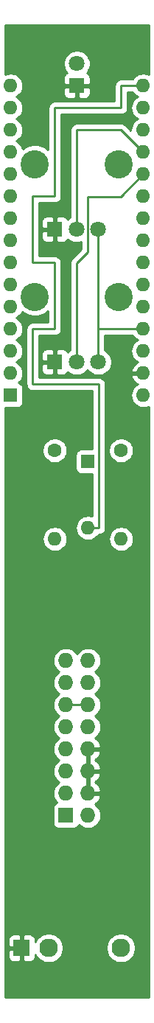
<source format=gbl>
G04 #@! TF.GenerationSoftware,KiCad,Pcbnew,(5.1.2)-2*
G04 #@! TF.CreationDate,2019-07-05T08:21:06+01:00*
G04 #@! TF.ProjectId,mod_synth_clk,6d6f645f-7379-46e7-9468-5f636c6b2e6b,rev?*
G04 #@! TF.SameCoordinates,Original*
G04 #@! TF.FileFunction,Copper,L2,Bot*
G04 #@! TF.FilePolarity,Positive*
%FSLAX46Y46*%
G04 Gerber Fmt 4.6, Leading zero omitted, Abs format (unit mm)*
G04 Created by KiCad (PCBNEW (5.1.2)-2) date 2019-07-05 08:21:06*
%MOMM*%
%LPD*%
G04 APERTURE LIST*
%ADD10O,1.727200X1.727200*%
%ADD11R,1.727200X1.727200*%
%ADD12C,3.240000*%
%ADD13C,1.800000*%
%ADD14R,1.800000X1.800000*%
%ADD15O,1.600000X1.600000*%
%ADD16C,1.600000*%
%ADD17C,2.130000*%
%ADD18R,1.830000X1.930000*%
%ADD19R,1.600000X1.600000*%
%ADD20C,0.250000*%
%ADD21C,0.254000*%
G04 APERTURE END LIST*
D10*
X48260000Y-99060000D03*
X45720000Y-99060000D03*
X48260000Y-101600000D03*
X45720000Y-101600000D03*
X48260000Y-104140000D03*
X45720000Y-104140000D03*
X48260000Y-106680000D03*
X45720000Y-106680000D03*
X48260000Y-109220000D03*
X45720000Y-109220000D03*
X48260000Y-111760000D03*
X45720000Y-111760000D03*
X48260000Y-114300000D03*
X45720000Y-114300000D03*
X48260000Y-116840000D03*
D11*
X45720000Y-116840000D03*
D12*
X42150000Y-57270000D03*
X51750000Y-57270000D03*
D13*
X49450000Y-64770000D03*
X46950000Y-64770000D03*
D14*
X44450000Y-64770000D03*
D12*
X42150000Y-42030000D03*
X51750000Y-42030000D03*
D13*
X49450000Y-49530000D03*
X46950000Y-49530000D03*
D14*
X44450000Y-49530000D03*
D15*
X52070000Y-85090000D03*
D16*
X52070000Y-74930000D03*
D15*
X44450000Y-85090000D03*
D16*
X44450000Y-74930000D03*
D17*
X52040000Y-132080000D03*
D18*
X40640000Y-132080000D03*
D17*
X43740000Y-132080000D03*
D13*
X46990000Y-30480000D03*
D14*
X46990000Y-33020000D03*
D15*
X48260000Y-83820000D03*
D19*
X48260000Y-76200000D03*
D15*
X54610000Y-33020000D03*
X39370000Y-33020000D03*
X54610000Y-68580000D03*
X39370000Y-35560000D03*
X54610000Y-66040000D03*
X39370000Y-38100000D03*
X54610000Y-63500000D03*
X39370000Y-40640000D03*
X54610000Y-60960000D03*
X39370000Y-43180000D03*
X54610000Y-58420000D03*
X39370000Y-45720000D03*
X54610000Y-55880000D03*
X39370000Y-48260000D03*
X54610000Y-53340000D03*
X39370000Y-50800000D03*
X54610000Y-50800000D03*
X39370000Y-53340000D03*
X54610000Y-48260000D03*
X39370000Y-55880000D03*
X54610000Y-45720000D03*
X39370000Y-58420000D03*
X54610000Y-43180000D03*
X39370000Y-60960000D03*
X54610000Y-40640000D03*
X39370000Y-63500000D03*
X54610000Y-38100000D03*
X39370000Y-66040000D03*
X54610000Y-35560000D03*
D19*
X39370000Y-68580000D03*
D20*
X44450000Y-45720000D02*
X44450000Y-35560000D01*
X52070000Y-33020000D02*
X54610000Y-33020000D01*
X44450000Y-35560000D02*
X52070000Y-35560000D01*
X41910000Y-53340000D02*
X41910000Y-45720000D01*
X52070000Y-35560000D02*
X52070000Y-33020000D01*
X49530000Y-83820000D02*
X49530000Y-67310000D01*
X44450000Y-53340000D02*
X41910000Y-53340000D01*
X48260000Y-83820000D02*
X49530000Y-83820000D01*
X49530000Y-67310000D02*
X41910000Y-67310000D01*
X41910000Y-67310000D02*
X41910000Y-60960000D01*
X41910000Y-45720000D02*
X44450000Y-45720000D01*
X41910000Y-60960000D02*
X44450000Y-60960000D01*
X44450000Y-60960000D02*
X44450000Y-53340000D01*
X45720000Y-104140000D02*
X48260000Y-104140000D01*
X54610000Y-60960000D02*
X49530000Y-60960000D01*
X49450000Y-61040000D02*
X49450000Y-64770000D01*
X49530000Y-60960000D02*
X49450000Y-61040000D01*
X49450000Y-49530000D02*
X49450000Y-60880000D01*
X49450000Y-60880000D02*
X49450000Y-64770000D01*
X52034999Y-45755001D02*
X54610000Y-43180000D01*
X48224999Y-45755001D02*
X52034999Y-45755001D01*
X48224999Y-52105001D02*
X48224999Y-45755001D01*
X46950000Y-64770000D02*
X46950000Y-53380000D01*
X46950000Y-53380000D02*
X48224999Y-52105001D01*
X54610000Y-40640000D02*
X52070000Y-38100000D01*
X52070000Y-38100000D02*
X46990000Y-38100000D01*
X46950000Y-38140000D02*
X46950000Y-49530000D01*
X46990000Y-38100000D02*
X46950000Y-38140000D01*
D21*
G36*
X53411068Y-33821101D02*
G01*
X53590392Y-34039608D01*
X53808899Y-34218932D01*
X53941858Y-34290000D01*
X53808899Y-34361068D01*
X53590392Y-34540392D01*
X53411068Y-34758899D01*
X53277818Y-35008192D01*
X53195764Y-35278691D01*
X53168057Y-35560000D01*
X53195764Y-35841309D01*
X53277818Y-36111808D01*
X53411068Y-36361101D01*
X53590392Y-36579608D01*
X53808899Y-36758932D01*
X53941858Y-36830000D01*
X53808899Y-36901068D01*
X53590392Y-37080392D01*
X53411068Y-37298899D01*
X53277818Y-37548192D01*
X53195764Y-37818691D01*
X53168057Y-38100000D01*
X53170598Y-38125796D01*
X52633804Y-37589003D01*
X52610001Y-37559999D01*
X52494276Y-37465026D01*
X52362247Y-37394454D01*
X52218986Y-37350997D01*
X52107333Y-37340000D01*
X52107322Y-37340000D01*
X52070000Y-37336324D01*
X52032678Y-37340000D01*
X47027333Y-37340000D01*
X46990000Y-37336323D01*
X46952667Y-37340000D01*
X46841014Y-37350997D01*
X46697753Y-37394454D01*
X46565724Y-37465026D01*
X46449999Y-37559999D01*
X46431969Y-37581969D01*
X46409999Y-37599999D01*
X46354871Y-37667174D01*
X46315026Y-37715724D01*
X46265835Y-37807753D01*
X46244454Y-37847754D01*
X46200997Y-37991015D01*
X46190000Y-38102668D01*
X46190000Y-38102678D01*
X46186324Y-38140000D01*
X46190000Y-38177322D01*
X46190001Y-48191687D01*
X45971495Y-48337688D01*
X45933880Y-48375303D01*
X45880537Y-48275506D01*
X45801185Y-48178815D01*
X45704494Y-48099463D01*
X45594180Y-48040498D01*
X45474482Y-48004188D01*
X45350000Y-47991928D01*
X44735750Y-47995000D01*
X44577000Y-48153750D01*
X44577000Y-49403000D01*
X44597000Y-49403000D01*
X44597000Y-49657000D01*
X44577000Y-49657000D01*
X44577000Y-50906250D01*
X44735750Y-51065000D01*
X45350000Y-51068072D01*
X45474482Y-51055812D01*
X45594180Y-51019502D01*
X45704494Y-50960537D01*
X45801185Y-50881185D01*
X45880537Y-50784494D01*
X45933880Y-50684697D01*
X45971495Y-50722312D01*
X46222905Y-50890299D01*
X46502257Y-51006011D01*
X46798816Y-51065000D01*
X47101184Y-51065000D01*
X47397743Y-51006011D01*
X47464999Y-50978152D01*
X47464999Y-51790199D01*
X46438998Y-52816201D01*
X46410000Y-52839999D01*
X46386202Y-52868997D01*
X46386201Y-52868998D01*
X46315026Y-52955724D01*
X46244454Y-53087754D01*
X46200998Y-53231015D01*
X46186324Y-53380000D01*
X46190001Y-53417332D01*
X46190000Y-63431687D01*
X45971495Y-63577688D01*
X45933880Y-63615303D01*
X45880537Y-63515506D01*
X45801185Y-63418815D01*
X45704494Y-63339463D01*
X45594180Y-63280498D01*
X45474482Y-63244188D01*
X45350000Y-63231928D01*
X44735750Y-63235000D01*
X44577000Y-63393750D01*
X44577000Y-64643000D01*
X44597000Y-64643000D01*
X44597000Y-64897000D01*
X44577000Y-64897000D01*
X44577000Y-66146250D01*
X44735750Y-66305000D01*
X45350000Y-66308072D01*
X45474482Y-66295812D01*
X45594180Y-66259502D01*
X45704494Y-66200537D01*
X45801185Y-66121185D01*
X45880537Y-66024494D01*
X45933880Y-65924697D01*
X45971495Y-65962312D01*
X46222905Y-66130299D01*
X46502257Y-66246011D01*
X46798816Y-66305000D01*
X47101184Y-66305000D01*
X47397743Y-66246011D01*
X47677095Y-66130299D01*
X47928505Y-65962312D01*
X48142312Y-65748505D01*
X48200000Y-65662169D01*
X48257688Y-65748505D01*
X48471495Y-65962312D01*
X48722905Y-66130299D01*
X49002257Y-66246011D01*
X49298816Y-66305000D01*
X49601184Y-66305000D01*
X49897743Y-66246011D01*
X50177095Y-66130299D01*
X50428505Y-65962312D01*
X50642312Y-65748505D01*
X50810299Y-65497095D01*
X50926011Y-65217743D01*
X50985000Y-64921184D01*
X50985000Y-64618816D01*
X50926011Y-64322257D01*
X50810299Y-64042905D01*
X50642312Y-63791495D01*
X50428505Y-63577688D01*
X50210000Y-63431687D01*
X50210000Y-61720000D01*
X53389099Y-61720000D01*
X53411068Y-61761101D01*
X53590392Y-61979608D01*
X53808899Y-62158932D01*
X53941858Y-62230000D01*
X53808899Y-62301068D01*
X53590392Y-62480392D01*
X53411068Y-62698899D01*
X53277818Y-62948192D01*
X53195764Y-63218691D01*
X53168057Y-63500000D01*
X53195764Y-63781309D01*
X53277818Y-64051808D01*
X53411068Y-64301101D01*
X53590392Y-64519608D01*
X53808899Y-64698932D01*
X53946682Y-64772579D01*
X53754869Y-64887615D01*
X53546481Y-65076586D01*
X53378963Y-65302580D01*
X53258754Y-65556913D01*
X53218096Y-65690961D01*
X53340085Y-65913000D01*
X54483000Y-65913000D01*
X54483000Y-65893000D01*
X54737000Y-65893000D01*
X54737000Y-65913000D01*
X54757000Y-65913000D01*
X54757000Y-66167000D01*
X54737000Y-66167000D01*
X54737000Y-66187000D01*
X54483000Y-66187000D01*
X54483000Y-66167000D01*
X53340085Y-66167000D01*
X53218096Y-66389039D01*
X53258754Y-66523087D01*
X53378963Y-66777420D01*
X53546481Y-67003414D01*
X53754869Y-67192385D01*
X53946682Y-67307421D01*
X53808899Y-67381068D01*
X53590392Y-67560392D01*
X53411068Y-67778899D01*
X53277818Y-68028192D01*
X53195764Y-68298691D01*
X53168057Y-68580000D01*
X53195764Y-68861309D01*
X53277818Y-69131808D01*
X53411068Y-69381101D01*
X53590392Y-69599608D01*
X53808899Y-69778932D01*
X54058192Y-69912182D01*
X54328691Y-69994236D01*
X54539508Y-70015000D01*
X54680492Y-70015000D01*
X54891309Y-69994236D01*
X55161808Y-69912182D01*
X55220001Y-69881077D01*
X55220000Y-137770000D01*
X38760000Y-137770000D01*
X38760000Y-133045000D01*
X39086928Y-133045000D01*
X39099188Y-133169482D01*
X39135498Y-133289180D01*
X39194463Y-133399494D01*
X39273815Y-133496185D01*
X39370506Y-133575537D01*
X39480820Y-133634502D01*
X39600518Y-133670812D01*
X39725000Y-133683072D01*
X40354250Y-133680000D01*
X40513000Y-133521250D01*
X40513000Y-132207000D01*
X39248750Y-132207000D01*
X39090000Y-132365750D01*
X39086928Y-133045000D01*
X38760000Y-133045000D01*
X38760000Y-131115000D01*
X39086928Y-131115000D01*
X39090000Y-131794250D01*
X39248750Y-131953000D01*
X40513000Y-131953000D01*
X40513000Y-130638750D01*
X40767000Y-130638750D01*
X40767000Y-131953000D01*
X40787000Y-131953000D01*
X40787000Y-132207000D01*
X40767000Y-132207000D01*
X40767000Y-133521250D01*
X40925750Y-133680000D01*
X41555000Y-133683072D01*
X41679482Y-133670812D01*
X41799180Y-133634502D01*
X41909494Y-133575537D01*
X42006185Y-133496185D01*
X42085537Y-133399494D01*
X42144502Y-133289180D01*
X42180812Y-133169482D01*
X42193072Y-133045000D01*
X42191895Y-132784860D01*
X42233479Y-132885252D01*
X42419523Y-133163687D01*
X42656313Y-133400477D01*
X42934748Y-133586521D01*
X43244128Y-133714670D01*
X43572565Y-133780000D01*
X43907435Y-133780000D01*
X44235872Y-133714670D01*
X44545252Y-133586521D01*
X44823687Y-133400477D01*
X45060477Y-133163687D01*
X45246521Y-132885252D01*
X45374670Y-132575872D01*
X45440000Y-132247435D01*
X45440000Y-131912565D01*
X50340000Y-131912565D01*
X50340000Y-132247435D01*
X50405330Y-132575872D01*
X50533479Y-132885252D01*
X50719523Y-133163687D01*
X50956313Y-133400477D01*
X51234748Y-133586521D01*
X51544128Y-133714670D01*
X51872565Y-133780000D01*
X52207435Y-133780000D01*
X52535872Y-133714670D01*
X52845252Y-133586521D01*
X53123687Y-133400477D01*
X53360477Y-133163687D01*
X53546521Y-132885252D01*
X53674670Y-132575872D01*
X53740000Y-132247435D01*
X53740000Y-131912565D01*
X53674670Y-131584128D01*
X53546521Y-131274748D01*
X53360477Y-130996313D01*
X53123687Y-130759523D01*
X52845252Y-130573479D01*
X52535872Y-130445330D01*
X52207435Y-130380000D01*
X51872565Y-130380000D01*
X51544128Y-130445330D01*
X51234748Y-130573479D01*
X50956313Y-130759523D01*
X50719523Y-130996313D01*
X50533479Y-131274748D01*
X50405330Y-131584128D01*
X50340000Y-131912565D01*
X45440000Y-131912565D01*
X45374670Y-131584128D01*
X45246521Y-131274748D01*
X45060477Y-130996313D01*
X44823687Y-130759523D01*
X44545252Y-130573479D01*
X44235872Y-130445330D01*
X43907435Y-130380000D01*
X43572565Y-130380000D01*
X43244128Y-130445330D01*
X42934748Y-130573479D01*
X42656313Y-130759523D01*
X42419523Y-130996313D01*
X42233479Y-131274748D01*
X42191895Y-131375140D01*
X42193072Y-131115000D01*
X42180812Y-130990518D01*
X42144502Y-130870820D01*
X42085537Y-130760506D01*
X42006185Y-130663815D01*
X41909494Y-130584463D01*
X41799180Y-130525498D01*
X41679482Y-130489188D01*
X41555000Y-130476928D01*
X40925750Y-130480000D01*
X40767000Y-130638750D01*
X40513000Y-130638750D01*
X40354250Y-130480000D01*
X39725000Y-130476928D01*
X39600518Y-130489188D01*
X39480820Y-130525498D01*
X39370506Y-130584463D01*
X39273815Y-130663815D01*
X39194463Y-130760506D01*
X39135498Y-130870820D01*
X39099188Y-130990518D01*
X39086928Y-131115000D01*
X38760000Y-131115000D01*
X38760000Y-99060000D01*
X44214149Y-99060000D01*
X44243084Y-99353777D01*
X44328775Y-99636264D01*
X44467931Y-99896606D01*
X44655203Y-100124797D01*
X44883394Y-100312069D01*
X44916940Y-100330000D01*
X44883394Y-100347931D01*
X44655203Y-100535203D01*
X44467931Y-100763394D01*
X44328775Y-101023736D01*
X44243084Y-101306223D01*
X44214149Y-101600000D01*
X44243084Y-101893777D01*
X44328775Y-102176264D01*
X44467931Y-102436606D01*
X44655203Y-102664797D01*
X44883394Y-102852069D01*
X44916940Y-102870000D01*
X44883394Y-102887931D01*
X44655203Y-103075203D01*
X44467931Y-103303394D01*
X44328775Y-103563736D01*
X44243084Y-103846223D01*
X44214149Y-104140000D01*
X44243084Y-104433777D01*
X44328775Y-104716264D01*
X44467931Y-104976606D01*
X44655203Y-105204797D01*
X44883394Y-105392069D01*
X44916940Y-105410000D01*
X44883394Y-105427931D01*
X44655203Y-105615203D01*
X44467931Y-105843394D01*
X44328775Y-106103736D01*
X44243084Y-106386223D01*
X44214149Y-106680000D01*
X44243084Y-106973777D01*
X44328775Y-107256264D01*
X44467931Y-107516606D01*
X44655203Y-107744797D01*
X44883394Y-107932069D01*
X44916940Y-107950000D01*
X44883394Y-107967931D01*
X44655203Y-108155203D01*
X44467931Y-108383394D01*
X44328775Y-108643736D01*
X44243084Y-108926223D01*
X44214149Y-109220000D01*
X44243084Y-109513777D01*
X44328775Y-109796264D01*
X44467931Y-110056606D01*
X44655203Y-110284797D01*
X44883394Y-110472069D01*
X44916940Y-110490000D01*
X44883394Y-110507931D01*
X44655203Y-110695203D01*
X44467931Y-110923394D01*
X44328775Y-111183736D01*
X44243084Y-111466223D01*
X44214149Y-111760000D01*
X44243084Y-112053777D01*
X44328775Y-112336264D01*
X44467931Y-112596606D01*
X44655203Y-112824797D01*
X44883394Y-113012069D01*
X44916940Y-113030000D01*
X44883394Y-113047931D01*
X44655203Y-113235203D01*
X44467931Y-113463394D01*
X44328775Y-113723736D01*
X44243084Y-114006223D01*
X44214149Y-114300000D01*
X44243084Y-114593777D01*
X44328775Y-114876264D01*
X44467931Y-115136606D01*
X44655203Y-115364797D01*
X44663265Y-115371414D01*
X44612220Y-115386898D01*
X44501906Y-115445863D01*
X44405215Y-115525215D01*
X44325863Y-115621906D01*
X44266898Y-115732220D01*
X44230588Y-115851918D01*
X44218328Y-115976400D01*
X44218328Y-117703600D01*
X44230588Y-117828082D01*
X44266898Y-117947780D01*
X44325863Y-118058094D01*
X44405215Y-118154785D01*
X44501906Y-118234137D01*
X44612220Y-118293102D01*
X44731918Y-118329412D01*
X44856400Y-118341672D01*
X46583600Y-118341672D01*
X46708082Y-118329412D01*
X46827780Y-118293102D01*
X46938094Y-118234137D01*
X47034785Y-118154785D01*
X47114137Y-118058094D01*
X47173102Y-117947780D01*
X47188586Y-117896735D01*
X47195203Y-117904797D01*
X47423394Y-118092069D01*
X47683736Y-118231225D01*
X47966223Y-118316916D01*
X48186381Y-118338600D01*
X48333619Y-118338600D01*
X48553777Y-118316916D01*
X48836264Y-118231225D01*
X49096606Y-118092069D01*
X49324797Y-117904797D01*
X49512069Y-117676606D01*
X49651225Y-117416264D01*
X49736916Y-117133777D01*
X49765851Y-116840000D01*
X49736916Y-116546223D01*
X49651225Y-116263736D01*
X49512069Y-116003394D01*
X49324797Y-115775203D01*
X49096606Y-115587931D01*
X49052090Y-115564137D01*
X49148488Y-115506817D01*
X49366854Y-115310293D01*
X49542684Y-115074944D01*
X49669222Y-114809814D01*
X49714958Y-114659026D01*
X49593817Y-114427000D01*
X48387000Y-114427000D01*
X48387000Y-114447000D01*
X48133000Y-114447000D01*
X48133000Y-114427000D01*
X48113000Y-114427000D01*
X48113000Y-114173000D01*
X48133000Y-114173000D01*
X48133000Y-111887000D01*
X48387000Y-111887000D01*
X48387000Y-114173000D01*
X49593817Y-114173000D01*
X49714958Y-113940974D01*
X49669222Y-113790186D01*
X49542684Y-113525056D01*
X49366854Y-113289707D01*
X49148488Y-113093183D01*
X49042230Y-113030000D01*
X49148488Y-112966817D01*
X49366854Y-112770293D01*
X49542684Y-112534944D01*
X49669222Y-112269814D01*
X49714958Y-112119026D01*
X49593817Y-111887000D01*
X48387000Y-111887000D01*
X48133000Y-111887000D01*
X48113000Y-111887000D01*
X48113000Y-111633000D01*
X48133000Y-111633000D01*
X48133000Y-109347000D01*
X48387000Y-109347000D01*
X48387000Y-111633000D01*
X49593817Y-111633000D01*
X49714958Y-111400974D01*
X49669222Y-111250186D01*
X49542684Y-110985056D01*
X49366854Y-110749707D01*
X49148488Y-110553183D01*
X49042230Y-110490000D01*
X49148488Y-110426817D01*
X49366854Y-110230293D01*
X49542684Y-109994944D01*
X49669222Y-109729814D01*
X49714958Y-109579026D01*
X49593817Y-109347000D01*
X48387000Y-109347000D01*
X48133000Y-109347000D01*
X48113000Y-109347000D01*
X48113000Y-109093000D01*
X48133000Y-109093000D01*
X48133000Y-109073000D01*
X48387000Y-109073000D01*
X48387000Y-109093000D01*
X49593817Y-109093000D01*
X49714958Y-108860974D01*
X49669222Y-108710186D01*
X49542684Y-108445056D01*
X49366854Y-108209707D01*
X49148488Y-108013183D01*
X49052090Y-107955863D01*
X49096606Y-107932069D01*
X49324797Y-107744797D01*
X49512069Y-107516606D01*
X49651225Y-107256264D01*
X49736916Y-106973777D01*
X49765851Y-106680000D01*
X49736916Y-106386223D01*
X49651225Y-106103736D01*
X49512069Y-105843394D01*
X49324797Y-105615203D01*
X49096606Y-105427931D01*
X49063060Y-105410000D01*
X49096606Y-105392069D01*
X49324797Y-105204797D01*
X49512069Y-104976606D01*
X49651225Y-104716264D01*
X49736916Y-104433777D01*
X49765851Y-104140000D01*
X49736916Y-103846223D01*
X49651225Y-103563736D01*
X49512069Y-103303394D01*
X49324797Y-103075203D01*
X49096606Y-102887931D01*
X49063060Y-102870000D01*
X49096606Y-102852069D01*
X49324797Y-102664797D01*
X49512069Y-102436606D01*
X49651225Y-102176264D01*
X49736916Y-101893777D01*
X49765851Y-101600000D01*
X49736916Y-101306223D01*
X49651225Y-101023736D01*
X49512069Y-100763394D01*
X49324797Y-100535203D01*
X49096606Y-100347931D01*
X49063060Y-100330000D01*
X49096606Y-100312069D01*
X49324797Y-100124797D01*
X49512069Y-99896606D01*
X49651225Y-99636264D01*
X49736916Y-99353777D01*
X49765851Y-99060000D01*
X49736916Y-98766223D01*
X49651225Y-98483736D01*
X49512069Y-98223394D01*
X49324797Y-97995203D01*
X49096606Y-97807931D01*
X48836264Y-97668775D01*
X48553777Y-97583084D01*
X48333619Y-97561400D01*
X48186381Y-97561400D01*
X47966223Y-97583084D01*
X47683736Y-97668775D01*
X47423394Y-97807931D01*
X47195203Y-97995203D01*
X47007931Y-98223394D01*
X46990000Y-98256940D01*
X46972069Y-98223394D01*
X46784797Y-97995203D01*
X46556606Y-97807931D01*
X46296264Y-97668775D01*
X46013777Y-97583084D01*
X45793619Y-97561400D01*
X45646381Y-97561400D01*
X45426223Y-97583084D01*
X45143736Y-97668775D01*
X44883394Y-97807931D01*
X44655203Y-97995203D01*
X44467931Y-98223394D01*
X44328775Y-98483736D01*
X44243084Y-98766223D01*
X44214149Y-99060000D01*
X38760000Y-99060000D01*
X38760000Y-85090000D01*
X43008057Y-85090000D01*
X43035764Y-85371309D01*
X43117818Y-85641808D01*
X43251068Y-85891101D01*
X43430392Y-86109608D01*
X43648899Y-86288932D01*
X43898192Y-86422182D01*
X44168691Y-86504236D01*
X44379508Y-86525000D01*
X44520492Y-86525000D01*
X44731309Y-86504236D01*
X45001808Y-86422182D01*
X45251101Y-86288932D01*
X45469608Y-86109608D01*
X45648932Y-85891101D01*
X45782182Y-85641808D01*
X45864236Y-85371309D01*
X45891943Y-85090000D01*
X45864236Y-84808691D01*
X45782182Y-84538192D01*
X45648932Y-84288899D01*
X45469608Y-84070392D01*
X45251101Y-83891068D01*
X45001808Y-83757818D01*
X44731309Y-83675764D01*
X44520492Y-83655000D01*
X44379508Y-83655000D01*
X44168691Y-83675764D01*
X43898192Y-83757818D01*
X43648899Y-83891068D01*
X43430392Y-84070392D01*
X43251068Y-84288899D01*
X43117818Y-84538192D01*
X43035764Y-84808691D01*
X43008057Y-85090000D01*
X38760000Y-85090000D01*
X38760000Y-74788665D01*
X43015000Y-74788665D01*
X43015000Y-75071335D01*
X43070147Y-75348574D01*
X43178320Y-75609727D01*
X43335363Y-75844759D01*
X43535241Y-76044637D01*
X43770273Y-76201680D01*
X44031426Y-76309853D01*
X44308665Y-76365000D01*
X44591335Y-76365000D01*
X44868574Y-76309853D01*
X45129727Y-76201680D01*
X45364759Y-76044637D01*
X45564637Y-75844759D01*
X45721680Y-75609727D01*
X45829853Y-75348574D01*
X45885000Y-75071335D01*
X45885000Y-74788665D01*
X45829853Y-74511426D01*
X45721680Y-74250273D01*
X45564637Y-74015241D01*
X45364759Y-73815363D01*
X45129727Y-73658320D01*
X44868574Y-73550147D01*
X44591335Y-73495000D01*
X44308665Y-73495000D01*
X44031426Y-73550147D01*
X43770273Y-73658320D01*
X43535241Y-73815363D01*
X43335363Y-74015241D01*
X43178320Y-74250273D01*
X43070147Y-74511426D01*
X43015000Y-74788665D01*
X38760000Y-74788665D01*
X38760000Y-70018072D01*
X40170000Y-70018072D01*
X40294482Y-70005812D01*
X40414180Y-69969502D01*
X40524494Y-69910537D01*
X40621185Y-69831185D01*
X40700537Y-69734494D01*
X40759502Y-69624180D01*
X40795812Y-69504482D01*
X40808072Y-69380000D01*
X40808072Y-67780000D01*
X40795812Y-67655518D01*
X40759502Y-67535820D01*
X40700537Y-67425506D01*
X40621185Y-67328815D01*
X40524494Y-67249463D01*
X40414180Y-67190498D01*
X40294482Y-67154188D01*
X40276518Y-67152419D01*
X40389608Y-67059608D01*
X40568932Y-66841101D01*
X40702182Y-66591808D01*
X40784236Y-66321309D01*
X40811943Y-66040000D01*
X40784236Y-65758691D01*
X40702182Y-65488192D01*
X40568932Y-65238899D01*
X40389608Y-65020392D01*
X40171101Y-64841068D01*
X40038142Y-64770000D01*
X40171101Y-64698932D01*
X40389608Y-64519608D01*
X40568932Y-64301101D01*
X40702182Y-64051808D01*
X40784236Y-63781309D01*
X40811943Y-63500000D01*
X40784236Y-63218691D01*
X40702182Y-62948192D01*
X40568932Y-62698899D01*
X40389608Y-62480392D01*
X40171101Y-62301068D01*
X40038142Y-62230000D01*
X40171101Y-62158932D01*
X40389608Y-61979608D01*
X40568932Y-61761101D01*
X40702182Y-61511808D01*
X40784236Y-61241309D01*
X40811943Y-60960000D01*
X40784236Y-60678691D01*
X40702182Y-60408192D01*
X40568932Y-60158899D01*
X40389608Y-59940392D01*
X40171101Y-59761068D01*
X40038142Y-59690000D01*
X40171101Y-59618932D01*
X40389608Y-59439608D01*
X40568932Y-59221101D01*
X40688449Y-58997501D01*
X40712521Y-59021573D01*
X41081857Y-59268355D01*
X41492241Y-59438342D01*
X41927902Y-59525000D01*
X42372098Y-59525000D01*
X42807759Y-59438342D01*
X43218143Y-59268355D01*
X43587479Y-59021573D01*
X43690000Y-58919052D01*
X43690000Y-60200000D01*
X41947333Y-60200000D01*
X41910000Y-60196323D01*
X41872667Y-60200000D01*
X41761014Y-60210997D01*
X41617753Y-60254454D01*
X41485724Y-60325026D01*
X41369999Y-60419999D01*
X41275026Y-60535724D01*
X41204454Y-60667753D01*
X41160997Y-60811014D01*
X41146323Y-60960000D01*
X41150001Y-60997343D01*
X41150000Y-67272667D01*
X41146323Y-67310000D01*
X41160997Y-67458986D01*
X41204454Y-67602247D01*
X41275026Y-67734276D01*
X41312551Y-67780000D01*
X41369999Y-67850001D01*
X41485724Y-67944974D01*
X41617753Y-68015546D01*
X41761014Y-68059003D01*
X41910000Y-68073677D01*
X41947333Y-68070000D01*
X48770001Y-68070000D01*
X48770001Y-74761928D01*
X47460000Y-74761928D01*
X47335518Y-74774188D01*
X47215820Y-74810498D01*
X47105506Y-74869463D01*
X47008815Y-74948815D01*
X46929463Y-75045506D01*
X46870498Y-75155820D01*
X46834188Y-75275518D01*
X46821928Y-75400000D01*
X46821928Y-77000000D01*
X46834188Y-77124482D01*
X46870498Y-77244180D01*
X46929463Y-77354494D01*
X47008815Y-77451185D01*
X47105506Y-77530537D01*
X47215820Y-77589502D01*
X47335518Y-77625812D01*
X47460000Y-77638072D01*
X48770000Y-77638072D01*
X48770000Y-82475136D01*
X48541309Y-82405764D01*
X48330492Y-82385000D01*
X48189508Y-82385000D01*
X47978691Y-82405764D01*
X47708192Y-82487818D01*
X47458899Y-82621068D01*
X47240392Y-82800392D01*
X47061068Y-83018899D01*
X46927818Y-83268192D01*
X46845764Y-83538691D01*
X46818057Y-83820000D01*
X46845764Y-84101309D01*
X46927818Y-84371808D01*
X47061068Y-84621101D01*
X47240392Y-84839608D01*
X47458899Y-85018932D01*
X47708192Y-85152182D01*
X47978691Y-85234236D01*
X48189508Y-85255000D01*
X48330492Y-85255000D01*
X48541309Y-85234236D01*
X48811808Y-85152182D01*
X48928142Y-85090000D01*
X50628057Y-85090000D01*
X50655764Y-85371309D01*
X50737818Y-85641808D01*
X50871068Y-85891101D01*
X51050392Y-86109608D01*
X51268899Y-86288932D01*
X51518192Y-86422182D01*
X51788691Y-86504236D01*
X51999508Y-86525000D01*
X52140492Y-86525000D01*
X52351309Y-86504236D01*
X52621808Y-86422182D01*
X52871101Y-86288932D01*
X53089608Y-86109608D01*
X53268932Y-85891101D01*
X53402182Y-85641808D01*
X53484236Y-85371309D01*
X53511943Y-85090000D01*
X53484236Y-84808691D01*
X53402182Y-84538192D01*
X53268932Y-84288899D01*
X53089608Y-84070392D01*
X52871101Y-83891068D01*
X52621808Y-83757818D01*
X52351309Y-83675764D01*
X52140492Y-83655000D01*
X51999508Y-83655000D01*
X51788691Y-83675764D01*
X51518192Y-83757818D01*
X51268899Y-83891068D01*
X51050392Y-84070392D01*
X50871068Y-84288899D01*
X50737818Y-84538192D01*
X50655764Y-84808691D01*
X50628057Y-85090000D01*
X48928142Y-85090000D01*
X49061101Y-85018932D01*
X49279608Y-84839608D01*
X49458932Y-84621101D01*
X49480901Y-84580000D01*
X49492667Y-84580000D01*
X49530000Y-84583677D01*
X49567333Y-84580000D01*
X49678986Y-84569003D01*
X49822247Y-84525546D01*
X49954276Y-84454974D01*
X50070001Y-84360001D01*
X50164974Y-84244276D01*
X50235546Y-84112247D01*
X50279003Y-83968986D01*
X50293677Y-83820000D01*
X50290000Y-83782667D01*
X50290000Y-74788665D01*
X50635000Y-74788665D01*
X50635000Y-75071335D01*
X50690147Y-75348574D01*
X50798320Y-75609727D01*
X50955363Y-75844759D01*
X51155241Y-76044637D01*
X51390273Y-76201680D01*
X51651426Y-76309853D01*
X51928665Y-76365000D01*
X52211335Y-76365000D01*
X52488574Y-76309853D01*
X52749727Y-76201680D01*
X52984759Y-76044637D01*
X53184637Y-75844759D01*
X53341680Y-75609727D01*
X53449853Y-75348574D01*
X53505000Y-75071335D01*
X53505000Y-74788665D01*
X53449853Y-74511426D01*
X53341680Y-74250273D01*
X53184637Y-74015241D01*
X52984759Y-73815363D01*
X52749727Y-73658320D01*
X52488574Y-73550147D01*
X52211335Y-73495000D01*
X51928665Y-73495000D01*
X51651426Y-73550147D01*
X51390273Y-73658320D01*
X51155241Y-73815363D01*
X50955363Y-74015241D01*
X50798320Y-74250273D01*
X50690147Y-74511426D01*
X50635000Y-74788665D01*
X50290000Y-74788665D01*
X50290000Y-67347332D01*
X50293677Y-67310000D01*
X50279003Y-67161014D01*
X50235546Y-67017753D01*
X50164974Y-66885724D01*
X50070001Y-66769999D01*
X49954276Y-66675026D01*
X49822247Y-66604454D01*
X49678986Y-66560997D01*
X49567333Y-66550000D01*
X49530000Y-66546323D01*
X49492667Y-66550000D01*
X42670000Y-66550000D01*
X42670000Y-65670000D01*
X42911928Y-65670000D01*
X42924188Y-65794482D01*
X42960498Y-65914180D01*
X43019463Y-66024494D01*
X43098815Y-66121185D01*
X43195506Y-66200537D01*
X43305820Y-66259502D01*
X43425518Y-66295812D01*
X43550000Y-66308072D01*
X44164250Y-66305000D01*
X44323000Y-66146250D01*
X44323000Y-64897000D01*
X43073750Y-64897000D01*
X42915000Y-65055750D01*
X42911928Y-65670000D01*
X42670000Y-65670000D01*
X42670000Y-63870000D01*
X42911928Y-63870000D01*
X42915000Y-64484250D01*
X43073750Y-64643000D01*
X44323000Y-64643000D01*
X44323000Y-63393750D01*
X44164250Y-63235000D01*
X43550000Y-63231928D01*
X43425518Y-63244188D01*
X43305820Y-63280498D01*
X43195506Y-63339463D01*
X43098815Y-63418815D01*
X43019463Y-63515506D01*
X42960498Y-63625820D01*
X42924188Y-63745518D01*
X42911928Y-63870000D01*
X42670000Y-63870000D01*
X42670000Y-61720000D01*
X44412667Y-61720000D01*
X44450000Y-61723677D01*
X44487333Y-61720000D01*
X44598986Y-61709003D01*
X44742247Y-61665546D01*
X44874276Y-61594974D01*
X44990001Y-61500001D01*
X45084974Y-61384276D01*
X45155546Y-61252247D01*
X45199003Y-61108986D01*
X45213677Y-60960000D01*
X45210000Y-60922667D01*
X45210000Y-53377332D01*
X45213677Y-53340000D01*
X45199003Y-53191014D01*
X45155546Y-53047753D01*
X45084974Y-52915724D01*
X44990001Y-52799999D01*
X44874276Y-52705026D01*
X44742247Y-52634454D01*
X44598986Y-52590997D01*
X44487333Y-52580000D01*
X44450000Y-52576323D01*
X44412667Y-52580000D01*
X42670000Y-52580000D01*
X42670000Y-50430000D01*
X42911928Y-50430000D01*
X42924188Y-50554482D01*
X42960498Y-50674180D01*
X43019463Y-50784494D01*
X43098815Y-50881185D01*
X43195506Y-50960537D01*
X43305820Y-51019502D01*
X43425518Y-51055812D01*
X43550000Y-51068072D01*
X44164250Y-51065000D01*
X44323000Y-50906250D01*
X44323000Y-49657000D01*
X43073750Y-49657000D01*
X42915000Y-49815750D01*
X42911928Y-50430000D01*
X42670000Y-50430000D01*
X42670000Y-48630000D01*
X42911928Y-48630000D01*
X42915000Y-49244250D01*
X43073750Y-49403000D01*
X44323000Y-49403000D01*
X44323000Y-48153750D01*
X44164250Y-47995000D01*
X43550000Y-47991928D01*
X43425518Y-48004188D01*
X43305820Y-48040498D01*
X43195506Y-48099463D01*
X43098815Y-48178815D01*
X43019463Y-48275506D01*
X42960498Y-48385820D01*
X42924188Y-48505518D01*
X42911928Y-48630000D01*
X42670000Y-48630000D01*
X42670000Y-46480000D01*
X44412667Y-46480000D01*
X44450000Y-46483677D01*
X44487333Y-46480000D01*
X44598986Y-46469003D01*
X44742247Y-46425546D01*
X44874276Y-46354974D01*
X44990001Y-46260001D01*
X45084974Y-46144276D01*
X45155546Y-46012247D01*
X45199003Y-45868986D01*
X45213677Y-45720000D01*
X45210000Y-45682667D01*
X45210000Y-36320000D01*
X52032667Y-36320000D01*
X52070000Y-36323677D01*
X52107333Y-36320000D01*
X52218986Y-36309003D01*
X52362247Y-36265546D01*
X52494276Y-36194974D01*
X52610001Y-36100001D01*
X52704974Y-35984276D01*
X52775546Y-35852247D01*
X52819003Y-35708986D01*
X52833677Y-35560000D01*
X52830000Y-35522667D01*
X52830000Y-33780000D01*
X53389099Y-33780000D01*
X53411068Y-33821101D01*
X53411068Y-33821101D01*
G37*
X53411068Y-33821101D02*
X53590392Y-34039608D01*
X53808899Y-34218932D01*
X53941858Y-34290000D01*
X53808899Y-34361068D01*
X53590392Y-34540392D01*
X53411068Y-34758899D01*
X53277818Y-35008192D01*
X53195764Y-35278691D01*
X53168057Y-35560000D01*
X53195764Y-35841309D01*
X53277818Y-36111808D01*
X53411068Y-36361101D01*
X53590392Y-36579608D01*
X53808899Y-36758932D01*
X53941858Y-36830000D01*
X53808899Y-36901068D01*
X53590392Y-37080392D01*
X53411068Y-37298899D01*
X53277818Y-37548192D01*
X53195764Y-37818691D01*
X53168057Y-38100000D01*
X53170598Y-38125796D01*
X52633804Y-37589003D01*
X52610001Y-37559999D01*
X52494276Y-37465026D01*
X52362247Y-37394454D01*
X52218986Y-37350997D01*
X52107333Y-37340000D01*
X52107322Y-37340000D01*
X52070000Y-37336324D01*
X52032678Y-37340000D01*
X47027333Y-37340000D01*
X46990000Y-37336323D01*
X46952667Y-37340000D01*
X46841014Y-37350997D01*
X46697753Y-37394454D01*
X46565724Y-37465026D01*
X46449999Y-37559999D01*
X46431969Y-37581969D01*
X46409999Y-37599999D01*
X46354871Y-37667174D01*
X46315026Y-37715724D01*
X46265835Y-37807753D01*
X46244454Y-37847754D01*
X46200997Y-37991015D01*
X46190000Y-38102668D01*
X46190000Y-38102678D01*
X46186324Y-38140000D01*
X46190000Y-38177322D01*
X46190001Y-48191687D01*
X45971495Y-48337688D01*
X45933880Y-48375303D01*
X45880537Y-48275506D01*
X45801185Y-48178815D01*
X45704494Y-48099463D01*
X45594180Y-48040498D01*
X45474482Y-48004188D01*
X45350000Y-47991928D01*
X44735750Y-47995000D01*
X44577000Y-48153750D01*
X44577000Y-49403000D01*
X44597000Y-49403000D01*
X44597000Y-49657000D01*
X44577000Y-49657000D01*
X44577000Y-50906250D01*
X44735750Y-51065000D01*
X45350000Y-51068072D01*
X45474482Y-51055812D01*
X45594180Y-51019502D01*
X45704494Y-50960537D01*
X45801185Y-50881185D01*
X45880537Y-50784494D01*
X45933880Y-50684697D01*
X45971495Y-50722312D01*
X46222905Y-50890299D01*
X46502257Y-51006011D01*
X46798816Y-51065000D01*
X47101184Y-51065000D01*
X47397743Y-51006011D01*
X47464999Y-50978152D01*
X47464999Y-51790199D01*
X46438998Y-52816201D01*
X46410000Y-52839999D01*
X46386202Y-52868997D01*
X46386201Y-52868998D01*
X46315026Y-52955724D01*
X46244454Y-53087754D01*
X46200998Y-53231015D01*
X46186324Y-53380000D01*
X46190001Y-53417332D01*
X46190000Y-63431687D01*
X45971495Y-63577688D01*
X45933880Y-63615303D01*
X45880537Y-63515506D01*
X45801185Y-63418815D01*
X45704494Y-63339463D01*
X45594180Y-63280498D01*
X45474482Y-63244188D01*
X45350000Y-63231928D01*
X44735750Y-63235000D01*
X44577000Y-63393750D01*
X44577000Y-64643000D01*
X44597000Y-64643000D01*
X44597000Y-64897000D01*
X44577000Y-64897000D01*
X44577000Y-66146250D01*
X44735750Y-66305000D01*
X45350000Y-66308072D01*
X45474482Y-66295812D01*
X45594180Y-66259502D01*
X45704494Y-66200537D01*
X45801185Y-66121185D01*
X45880537Y-66024494D01*
X45933880Y-65924697D01*
X45971495Y-65962312D01*
X46222905Y-66130299D01*
X46502257Y-66246011D01*
X46798816Y-66305000D01*
X47101184Y-66305000D01*
X47397743Y-66246011D01*
X47677095Y-66130299D01*
X47928505Y-65962312D01*
X48142312Y-65748505D01*
X48200000Y-65662169D01*
X48257688Y-65748505D01*
X48471495Y-65962312D01*
X48722905Y-66130299D01*
X49002257Y-66246011D01*
X49298816Y-66305000D01*
X49601184Y-66305000D01*
X49897743Y-66246011D01*
X50177095Y-66130299D01*
X50428505Y-65962312D01*
X50642312Y-65748505D01*
X50810299Y-65497095D01*
X50926011Y-65217743D01*
X50985000Y-64921184D01*
X50985000Y-64618816D01*
X50926011Y-64322257D01*
X50810299Y-64042905D01*
X50642312Y-63791495D01*
X50428505Y-63577688D01*
X50210000Y-63431687D01*
X50210000Y-61720000D01*
X53389099Y-61720000D01*
X53411068Y-61761101D01*
X53590392Y-61979608D01*
X53808899Y-62158932D01*
X53941858Y-62230000D01*
X53808899Y-62301068D01*
X53590392Y-62480392D01*
X53411068Y-62698899D01*
X53277818Y-62948192D01*
X53195764Y-63218691D01*
X53168057Y-63500000D01*
X53195764Y-63781309D01*
X53277818Y-64051808D01*
X53411068Y-64301101D01*
X53590392Y-64519608D01*
X53808899Y-64698932D01*
X53946682Y-64772579D01*
X53754869Y-64887615D01*
X53546481Y-65076586D01*
X53378963Y-65302580D01*
X53258754Y-65556913D01*
X53218096Y-65690961D01*
X53340085Y-65913000D01*
X54483000Y-65913000D01*
X54483000Y-65893000D01*
X54737000Y-65893000D01*
X54737000Y-65913000D01*
X54757000Y-65913000D01*
X54757000Y-66167000D01*
X54737000Y-66167000D01*
X54737000Y-66187000D01*
X54483000Y-66187000D01*
X54483000Y-66167000D01*
X53340085Y-66167000D01*
X53218096Y-66389039D01*
X53258754Y-66523087D01*
X53378963Y-66777420D01*
X53546481Y-67003414D01*
X53754869Y-67192385D01*
X53946682Y-67307421D01*
X53808899Y-67381068D01*
X53590392Y-67560392D01*
X53411068Y-67778899D01*
X53277818Y-68028192D01*
X53195764Y-68298691D01*
X53168057Y-68580000D01*
X53195764Y-68861309D01*
X53277818Y-69131808D01*
X53411068Y-69381101D01*
X53590392Y-69599608D01*
X53808899Y-69778932D01*
X54058192Y-69912182D01*
X54328691Y-69994236D01*
X54539508Y-70015000D01*
X54680492Y-70015000D01*
X54891309Y-69994236D01*
X55161808Y-69912182D01*
X55220001Y-69881077D01*
X55220000Y-137770000D01*
X38760000Y-137770000D01*
X38760000Y-133045000D01*
X39086928Y-133045000D01*
X39099188Y-133169482D01*
X39135498Y-133289180D01*
X39194463Y-133399494D01*
X39273815Y-133496185D01*
X39370506Y-133575537D01*
X39480820Y-133634502D01*
X39600518Y-133670812D01*
X39725000Y-133683072D01*
X40354250Y-133680000D01*
X40513000Y-133521250D01*
X40513000Y-132207000D01*
X39248750Y-132207000D01*
X39090000Y-132365750D01*
X39086928Y-133045000D01*
X38760000Y-133045000D01*
X38760000Y-131115000D01*
X39086928Y-131115000D01*
X39090000Y-131794250D01*
X39248750Y-131953000D01*
X40513000Y-131953000D01*
X40513000Y-130638750D01*
X40767000Y-130638750D01*
X40767000Y-131953000D01*
X40787000Y-131953000D01*
X40787000Y-132207000D01*
X40767000Y-132207000D01*
X40767000Y-133521250D01*
X40925750Y-133680000D01*
X41555000Y-133683072D01*
X41679482Y-133670812D01*
X41799180Y-133634502D01*
X41909494Y-133575537D01*
X42006185Y-133496185D01*
X42085537Y-133399494D01*
X42144502Y-133289180D01*
X42180812Y-133169482D01*
X42193072Y-133045000D01*
X42191895Y-132784860D01*
X42233479Y-132885252D01*
X42419523Y-133163687D01*
X42656313Y-133400477D01*
X42934748Y-133586521D01*
X43244128Y-133714670D01*
X43572565Y-133780000D01*
X43907435Y-133780000D01*
X44235872Y-133714670D01*
X44545252Y-133586521D01*
X44823687Y-133400477D01*
X45060477Y-133163687D01*
X45246521Y-132885252D01*
X45374670Y-132575872D01*
X45440000Y-132247435D01*
X45440000Y-131912565D01*
X50340000Y-131912565D01*
X50340000Y-132247435D01*
X50405330Y-132575872D01*
X50533479Y-132885252D01*
X50719523Y-133163687D01*
X50956313Y-133400477D01*
X51234748Y-133586521D01*
X51544128Y-133714670D01*
X51872565Y-133780000D01*
X52207435Y-133780000D01*
X52535872Y-133714670D01*
X52845252Y-133586521D01*
X53123687Y-133400477D01*
X53360477Y-133163687D01*
X53546521Y-132885252D01*
X53674670Y-132575872D01*
X53740000Y-132247435D01*
X53740000Y-131912565D01*
X53674670Y-131584128D01*
X53546521Y-131274748D01*
X53360477Y-130996313D01*
X53123687Y-130759523D01*
X52845252Y-130573479D01*
X52535872Y-130445330D01*
X52207435Y-130380000D01*
X51872565Y-130380000D01*
X51544128Y-130445330D01*
X51234748Y-130573479D01*
X50956313Y-130759523D01*
X50719523Y-130996313D01*
X50533479Y-131274748D01*
X50405330Y-131584128D01*
X50340000Y-131912565D01*
X45440000Y-131912565D01*
X45374670Y-131584128D01*
X45246521Y-131274748D01*
X45060477Y-130996313D01*
X44823687Y-130759523D01*
X44545252Y-130573479D01*
X44235872Y-130445330D01*
X43907435Y-130380000D01*
X43572565Y-130380000D01*
X43244128Y-130445330D01*
X42934748Y-130573479D01*
X42656313Y-130759523D01*
X42419523Y-130996313D01*
X42233479Y-131274748D01*
X42191895Y-131375140D01*
X42193072Y-131115000D01*
X42180812Y-130990518D01*
X42144502Y-130870820D01*
X42085537Y-130760506D01*
X42006185Y-130663815D01*
X41909494Y-130584463D01*
X41799180Y-130525498D01*
X41679482Y-130489188D01*
X41555000Y-130476928D01*
X40925750Y-130480000D01*
X40767000Y-130638750D01*
X40513000Y-130638750D01*
X40354250Y-130480000D01*
X39725000Y-130476928D01*
X39600518Y-130489188D01*
X39480820Y-130525498D01*
X39370506Y-130584463D01*
X39273815Y-130663815D01*
X39194463Y-130760506D01*
X39135498Y-130870820D01*
X39099188Y-130990518D01*
X39086928Y-131115000D01*
X38760000Y-131115000D01*
X38760000Y-99060000D01*
X44214149Y-99060000D01*
X44243084Y-99353777D01*
X44328775Y-99636264D01*
X44467931Y-99896606D01*
X44655203Y-100124797D01*
X44883394Y-100312069D01*
X44916940Y-100330000D01*
X44883394Y-100347931D01*
X44655203Y-100535203D01*
X44467931Y-100763394D01*
X44328775Y-101023736D01*
X44243084Y-101306223D01*
X44214149Y-101600000D01*
X44243084Y-101893777D01*
X44328775Y-102176264D01*
X44467931Y-102436606D01*
X44655203Y-102664797D01*
X44883394Y-102852069D01*
X44916940Y-102870000D01*
X44883394Y-102887931D01*
X44655203Y-103075203D01*
X44467931Y-103303394D01*
X44328775Y-103563736D01*
X44243084Y-103846223D01*
X44214149Y-104140000D01*
X44243084Y-104433777D01*
X44328775Y-104716264D01*
X44467931Y-104976606D01*
X44655203Y-105204797D01*
X44883394Y-105392069D01*
X44916940Y-105410000D01*
X44883394Y-105427931D01*
X44655203Y-105615203D01*
X44467931Y-105843394D01*
X44328775Y-106103736D01*
X44243084Y-106386223D01*
X44214149Y-106680000D01*
X44243084Y-106973777D01*
X44328775Y-107256264D01*
X44467931Y-107516606D01*
X44655203Y-107744797D01*
X44883394Y-107932069D01*
X44916940Y-107950000D01*
X44883394Y-107967931D01*
X44655203Y-108155203D01*
X44467931Y-108383394D01*
X44328775Y-108643736D01*
X44243084Y-108926223D01*
X44214149Y-109220000D01*
X44243084Y-109513777D01*
X44328775Y-109796264D01*
X44467931Y-110056606D01*
X44655203Y-110284797D01*
X44883394Y-110472069D01*
X44916940Y-110490000D01*
X44883394Y-110507931D01*
X44655203Y-110695203D01*
X44467931Y-110923394D01*
X44328775Y-111183736D01*
X44243084Y-111466223D01*
X44214149Y-111760000D01*
X44243084Y-112053777D01*
X44328775Y-112336264D01*
X44467931Y-112596606D01*
X44655203Y-112824797D01*
X44883394Y-113012069D01*
X44916940Y-113030000D01*
X44883394Y-113047931D01*
X44655203Y-113235203D01*
X44467931Y-113463394D01*
X44328775Y-113723736D01*
X44243084Y-114006223D01*
X44214149Y-114300000D01*
X44243084Y-114593777D01*
X44328775Y-114876264D01*
X44467931Y-115136606D01*
X44655203Y-115364797D01*
X44663265Y-115371414D01*
X44612220Y-115386898D01*
X44501906Y-115445863D01*
X44405215Y-115525215D01*
X44325863Y-115621906D01*
X44266898Y-115732220D01*
X44230588Y-115851918D01*
X44218328Y-115976400D01*
X44218328Y-117703600D01*
X44230588Y-117828082D01*
X44266898Y-117947780D01*
X44325863Y-118058094D01*
X44405215Y-118154785D01*
X44501906Y-118234137D01*
X44612220Y-118293102D01*
X44731918Y-118329412D01*
X44856400Y-118341672D01*
X46583600Y-118341672D01*
X46708082Y-118329412D01*
X46827780Y-118293102D01*
X46938094Y-118234137D01*
X47034785Y-118154785D01*
X47114137Y-118058094D01*
X47173102Y-117947780D01*
X47188586Y-117896735D01*
X47195203Y-117904797D01*
X47423394Y-118092069D01*
X47683736Y-118231225D01*
X47966223Y-118316916D01*
X48186381Y-118338600D01*
X48333619Y-118338600D01*
X48553777Y-118316916D01*
X48836264Y-118231225D01*
X49096606Y-118092069D01*
X49324797Y-117904797D01*
X49512069Y-117676606D01*
X49651225Y-117416264D01*
X49736916Y-117133777D01*
X49765851Y-116840000D01*
X49736916Y-116546223D01*
X49651225Y-116263736D01*
X49512069Y-116003394D01*
X49324797Y-115775203D01*
X49096606Y-115587931D01*
X49052090Y-115564137D01*
X49148488Y-115506817D01*
X49366854Y-115310293D01*
X49542684Y-115074944D01*
X49669222Y-114809814D01*
X49714958Y-114659026D01*
X49593817Y-114427000D01*
X48387000Y-114427000D01*
X48387000Y-114447000D01*
X48133000Y-114447000D01*
X48133000Y-114427000D01*
X48113000Y-114427000D01*
X48113000Y-114173000D01*
X48133000Y-114173000D01*
X48133000Y-111887000D01*
X48387000Y-111887000D01*
X48387000Y-114173000D01*
X49593817Y-114173000D01*
X49714958Y-113940974D01*
X49669222Y-113790186D01*
X49542684Y-113525056D01*
X49366854Y-113289707D01*
X49148488Y-113093183D01*
X49042230Y-113030000D01*
X49148488Y-112966817D01*
X49366854Y-112770293D01*
X49542684Y-112534944D01*
X49669222Y-112269814D01*
X49714958Y-112119026D01*
X49593817Y-111887000D01*
X48387000Y-111887000D01*
X48133000Y-111887000D01*
X48113000Y-111887000D01*
X48113000Y-111633000D01*
X48133000Y-111633000D01*
X48133000Y-109347000D01*
X48387000Y-109347000D01*
X48387000Y-111633000D01*
X49593817Y-111633000D01*
X49714958Y-111400974D01*
X49669222Y-111250186D01*
X49542684Y-110985056D01*
X49366854Y-110749707D01*
X49148488Y-110553183D01*
X49042230Y-110490000D01*
X49148488Y-110426817D01*
X49366854Y-110230293D01*
X49542684Y-109994944D01*
X49669222Y-109729814D01*
X49714958Y-109579026D01*
X49593817Y-109347000D01*
X48387000Y-109347000D01*
X48133000Y-109347000D01*
X48113000Y-109347000D01*
X48113000Y-109093000D01*
X48133000Y-109093000D01*
X48133000Y-109073000D01*
X48387000Y-109073000D01*
X48387000Y-109093000D01*
X49593817Y-109093000D01*
X49714958Y-108860974D01*
X49669222Y-108710186D01*
X49542684Y-108445056D01*
X49366854Y-108209707D01*
X49148488Y-108013183D01*
X49052090Y-107955863D01*
X49096606Y-107932069D01*
X49324797Y-107744797D01*
X49512069Y-107516606D01*
X49651225Y-107256264D01*
X49736916Y-106973777D01*
X49765851Y-106680000D01*
X49736916Y-106386223D01*
X49651225Y-106103736D01*
X49512069Y-105843394D01*
X49324797Y-105615203D01*
X49096606Y-105427931D01*
X49063060Y-105410000D01*
X49096606Y-105392069D01*
X49324797Y-105204797D01*
X49512069Y-104976606D01*
X49651225Y-104716264D01*
X49736916Y-104433777D01*
X49765851Y-104140000D01*
X49736916Y-103846223D01*
X49651225Y-103563736D01*
X49512069Y-103303394D01*
X49324797Y-103075203D01*
X49096606Y-102887931D01*
X49063060Y-102870000D01*
X49096606Y-102852069D01*
X49324797Y-102664797D01*
X49512069Y-102436606D01*
X49651225Y-102176264D01*
X49736916Y-101893777D01*
X49765851Y-101600000D01*
X49736916Y-101306223D01*
X49651225Y-101023736D01*
X49512069Y-100763394D01*
X49324797Y-100535203D01*
X49096606Y-100347931D01*
X49063060Y-100330000D01*
X49096606Y-100312069D01*
X49324797Y-100124797D01*
X49512069Y-99896606D01*
X49651225Y-99636264D01*
X49736916Y-99353777D01*
X49765851Y-99060000D01*
X49736916Y-98766223D01*
X49651225Y-98483736D01*
X49512069Y-98223394D01*
X49324797Y-97995203D01*
X49096606Y-97807931D01*
X48836264Y-97668775D01*
X48553777Y-97583084D01*
X48333619Y-97561400D01*
X48186381Y-97561400D01*
X47966223Y-97583084D01*
X47683736Y-97668775D01*
X47423394Y-97807931D01*
X47195203Y-97995203D01*
X47007931Y-98223394D01*
X46990000Y-98256940D01*
X46972069Y-98223394D01*
X46784797Y-97995203D01*
X46556606Y-97807931D01*
X46296264Y-97668775D01*
X46013777Y-97583084D01*
X45793619Y-97561400D01*
X45646381Y-97561400D01*
X45426223Y-97583084D01*
X45143736Y-97668775D01*
X44883394Y-97807931D01*
X44655203Y-97995203D01*
X44467931Y-98223394D01*
X44328775Y-98483736D01*
X44243084Y-98766223D01*
X44214149Y-99060000D01*
X38760000Y-99060000D01*
X38760000Y-85090000D01*
X43008057Y-85090000D01*
X43035764Y-85371309D01*
X43117818Y-85641808D01*
X43251068Y-85891101D01*
X43430392Y-86109608D01*
X43648899Y-86288932D01*
X43898192Y-86422182D01*
X44168691Y-86504236D01*
X44379508Y-86525000D01*
X44520492Y-86525000D01*
X44731309Y-86504236D01*
X45001808Y-86422182D01*
X45251101Y-86288932D01*
X45469608Y-86109608D01*
X45648932Y-85891101D01*
X45782182Y-85641808D01*
X45864236Y-85371309D01*
X45891943Y-85090000D01*
X45864236Y-84808691D01*
X45782182Y-84538192D01*
X45648932Y-84288899D01*
X45469608Y-84070392D01*
X45251101Y-83891068D01*
X45001808Y-83757818D01*
X44731309Y-83675764D01*
X44520492Y-83655000D01*
X44379508Y-83655000D01*
X44168691Y-83675764D01*
X43898192Y-83757818D01*
X43648899Y-83891068D01*
X43430392Y-84070392D01*
X43251068Y-84288899D01*
X43117818Y-84538192D01*
X43035764Y-84808691D01*
X43008057Y-85090000D01*
X38760000Y-85090000D01*
X38760000Y-74788665D01*
X43015000Y-74788665D01*
X43015000Y-75071335D01*
X43070147Y-75348574D01*
X43178320Y-75609727D01*
X43335363Y-75844759D01*
X43535241Y-76044637D01*
X43770273Y-76201680D01*
X44031426Y-76309853D01*
X44308665Y-76365000D01*
X44591335Y-76365000D01*
X44868574Y-76309853D01*
X45129727Y-76201680D01*
X45364759Y-76044637D01*
X45564637Y-75844759D01*
X45721680Y-75609727D01*
X45829853Y-75348574D01*
X45885000Y-75071335D01*
X45885000Y-74788665D01*
X45829853Y-74511426D01*
X45721680Y-74250273D01*
X45564637Y-74015241D01*
X45364759Y-73815363D01*
X45129727Y-73658320D01*
X44868574Y-73550147D01*
X44591335Y-73495000D01*
X44308665Y-73495000D01*
X44031426Y-73550147D01*
X43770273Y-73658320D01*
X43535241Y-73815363D01*
X43335363Y-74015241D01*
X43178320Y-74250273D01*
X43070147Y-74511426D01*
X43015000Y-74788665D01*
X38760000Y-74788665D01*
X38760000Y-70018072D01*
X40170000Y-70018072D01*
X40294482Y-70005812D01*
X40414180Y-69969502D01*
X40524494Y-69910537D01*
X40621185Y-69831185D01*
X40700537Y-69734494D01*
X40759502Y-69624180D01*
X40795812Y-69504482D01*
X40808072Y-69380000D01*
X40808072Y-67780000D01*
X40795812Y-67655518D01*
X40759502Y-67535820D01*
X40700537Y-67425506D01*
X40621185Y-67328815D01*
X40524494Y-67249463D01*
X40414180Y-67190498D01*
X40294482Y-67154188D01*
X40276518Y-67152419D01*
X40389608Y-67059608D01*
X40568932Y-66841101D01*
X40702182Y-66591808D01*
X40784236Y-66321309D01*
X40811943Y-66040000D01*
X40784236Y-65758691D01*
X40702182Y-65488192D01*
X40568932Y-65238899D01*
X40389608Y-65020392D01*
X40171101Y-64841068D01*
X40038142Y-64770000D01*
X40171101Y-64698932D01*
X40389608Y-64519608D01*
X40568932Y-64301101D01*
X40702182Y-64051808D01*
X40784236Y-63781309D01*
X40811943Y-63500000D01*
X40784236Y-63218691D01*
X40702182Y-62948192D01*
X40568932Y-62698899D01*
X40389608Y-62480392D01*
X40171101Y-62301068D01*
X40038142Y-62230000D01*
X40171101Y-62158932D01*
X40389608Y-61979608D01*
X40568932Y-61761101D01*
X40702182Y-61511808D01*
X40784236Y-61241309D01*
X40811943Y-60960000D01*
X40784236Y-60678691D01*
X40702182Y-60408192D01*
X40568932Y-60158899D01*
X40389608Y-59940392D01*
X40171101Y-59761068D01*
X40038142Y-59690000D01*
X40171101Y-59618932D01*
X40389608Y-59439608D01*
X40568932Y-59221101D01*
X40688449Y-58997501D01*
X40712521Y-59021573D01*
X41081857Y-59268355D01*
X41492241Y-59438342D01*
X41927902Y-59525000D01*
X42372098Y-59525000D01*
X42807759Y-59438342D01*
X43218143Y-59268355D01*
X43587479Y-59021573D01*
X43690000Y-58919052D01*
X43690000Y-60200000D01*
X41947333Y-60200000D01*
X41910000Y-60196323D01*
X41872667Y-60200000D01*
X41761014Y-60210997D01*
X41617753Y-60254454D01*
X41485724Y-60325026D01*
X41369999Y-60419999D01*
X41275026Y-60535724D01*
X41204454Y-60667753D01*
X41160997Y-60811014D01*
X41146323Y-60960000D01*
X41150001Y-60997343D01*
X41150000Y-67272667D01*
X41146323Y-67310000D01*
X41160997Y-67458986D01*
X41204454Y-67602247D01*
X41275026Y-67734276D01*
X41312551Y-67780000D01*
X41369999Y-67850001D01*
X41485724Y-67944974D01*
X41617753Y-68015546D01*
X41761014Y-68059003D01*
X41910000Y-68073677D01*
X41947333Y-68070000D01*
X48770001Y-68070000D01*
X48770001Y-74761928D01*
X47460000Y-74761928D01*
X47335518Y-74774188D01*
X47215820Y-74810498D01*
X47105506Y-74869463D01*
X47008815Y-74948815D01*
X46929463Y-75045506D01*
X46870498Y-75155820D01*
X46834188Y-75275518D01*
X46821928Y-75400000D01*
X46821928Y-77000000D01*
X46834188Y-77124482D01*
X46870498Y-77244180D01*
X46929463Y-77354494D01*
X47008815Y-77451185D01*
X47105506Y-77530537D01*
X47215820Y-77589502D01*
X47335518Y-77625812D01*
X47460000Y-77638072D01*
X48770000Y-77638072D01*
X48770000Y-82475136D01*
X48541309Y-82405764D01*
X48330492Y-82385000D01*
X48189508Y-82385000D01*
X47978691Y-82405764D01*
X47708192Y-82487818D01*
X47458899Y-82621068D01*
X47240392Y-82800392D01*
X47061068Y-83018899D01*
X46927818Y-83268192D01*
X46845764Y-83538691D01*
X46818057Y-83820000D01*
X46845764Y-84101309D01*
X46927818Y-84371808D01*
X47061068Y-84621101D01*
X47240392Y-84839608D01*
X47458899Y-85018932D01*
X47708192Y-85152182D01*
X47978691Y-85234236D01*
X48189508Y-85255000D01*
X48330492Y-85255000D01*
X48541309Y-85234236D01*
X48811808Y-85152182D01*
X48928142Y-85090000D01*
X50628057Y-85090000D01*
X50655764Y-85371309D01*
X50737818Y-85641808D01*
X50871068Y-85891101D01*
X51050392Y-86109608D01*
X51268899Y-86288932D01*
X51518192Y-86422182D01*
X51788691Y-86504236D01*
X51999508Y-86525000D01*
X52140492Y-86525000D01*
X52351309Y-86504236D01*
X52621808Y-86422182D01*
X52871101Y-86288932D01*
X53089608Y-86109608D01*
X53268932Y-85891101D01*
X53402182Y-85641808D01*
X53484236Y-85371309D01*
X53511943Y-85090000D01*
X53484236Y-84808691D01*
X53402182Y-84538192D01*
X53268932Y-84288899D01*
X53089608Y-84070392D01*
X52871101Y-83891068D01*
X52621808Y-83757818D01*
X52351309Y-83675764D01*
X52140492Y-83655000D01*
X51999508Y-83655000D01*
X51788691Y-83675764D01*
X51518192Y-83757818D01*
X51268899Y-83891068D01*
X51050392Y-84070392D01*
X50871068Y-84288899D01*
X50737818Y-84538192D01*
X50655764Y-84808691D01*
X50628057Y-85090000D01*
X48928142Y-85090000D01*
X49061101Y-85018932D01*
X49279608Y-84839608D01*
X49458932Y-84621101D01*
X49480901Y-84580000D01*
X49492667Y-84580000D01*
X49530000Y-84583677D01*
X49567333Y-84580000D01*
X49678986Y-84569003D01*
X49822247Y-84525546D01*
X49954276Y-84454974D01*
X50070001Y-84360001D01*
X50164974Y-84244276D01*
X50235546Y-84112247D01*
X50279003Y-83968986D01*
X50293677Y-83820000D01*
X50290000Y-83782667D01*
X50290000Y-74788665D01*
X50635000Y-74788665D01*
X50635000Y-75071335D01*
X50690147Y-75348574D01*
X50798320Y-75609727D01*
X50955363Y-75844759D01*
X51155241Y-76044637D01*
X51390273Y-76201680D01*
X51651426Y-76309853D01*
X51928665Y-76365000D01*
X52211335Y-76365000D01*
X52488574Y-76309853D01*
X52749727Y-76201680D01*
X52984759Y-76044637D01*
X53184637Y-75844759D01*
X53341680Y-75609727D01*
X53449853Y-75348574D01*
X53505000Y-75071335D01*
X53505000Y-74788665D01*
X53449853Y-74511426D01*
X53341680Y-74250273D01*
X53184637Y-74015241D01*
X52984759Y-73815363D01*
X52749727Y-73658320D01*
X52488574Y-73550147D01*
X52211335Y-73495000D01*
X51928665Y-73495000D01*
X51651426Y-73550147D01*
X51390273Y-73658320D01*
X51155241Y-73815363D01*
X50955363Y-74015241D01*
X50798320Y-74250273D01*
X50690147Y-74511426D01*
X50635000Y-74788665D01*
X50290000Y-74788665D01*
X50290000Y-67347332D01*
X50293677Y-67310000D01*
X50279003Y-67161014D01*
X50235546Y-67017753D01*
X50164974Y-66885724D01*
X50070001Y-66769999D01*
X49954276Y-66675026D01*
X49822247Y-66604454D01*
X49678986Y-66560997D01*
X49567333Y-66550000D01*
X49530000Y-66546323D01*
X49492667Y-66550000D01*
X42670000Y-66550000D01*
X42670000Y-65670000D01*
X42911928Y-65670000D01*
X42924188Y-65794482D01*
X42960498Y-65914180D01*
X43019463Y-66024494D01*
X43098815Y-66121185D01*
X43195506Y-66200537D01*
X43305820Y-66259502D01*
X43425518Y-66295812D01*
X43550000Y-66308072D01*
X44164250Y-66305000D01*
X44323000Y-66146250D01*
X44323000Y-64897000D01*
X43073750Y-64897000D01*
X42915000Y-65055750D01*
X42911928Y-65670000D01*
X42670000Y-65670000D01*
X42670000Y-63870000D01*
X42911928Y-63870000D01*
X42915000Y-64484250D01*
X43073750Y-64643000D01*
X44323000Y-64643000D01*
X44323000Y-63393750D01*
X44164250Y-63235000D01*
X43550000Y-63231928D01*
X43425518Y-63244188D01*
X43305820Y-63280498D01*
X43195506Y-63339463D01*
X43098815Y-63418815D01*
X43019463Y-63515506D01*
X42960498Y-63625820D01*
X42924188Y-63745518D01*
X42911928Y-63870000D01*
X42670000Y-63870000D01*
X42670000Y-61720000D01*
X44412667Y-61720000D01*
X44450000Y-61723677D01*
X44487333Y-61720000D01*
X44598986Y-61709003D01*
X44742247Y-61665546D01*
X44874276Y-61594974D01*
X44990001Y-61500001D01*
X45084974Y-61384276D01*
X45155546Y-61252247D01*
X45199003Y-61108986D01*
X45213677Y-60960000D01*
X45210000Y-60922667D01*
X45210000Y-53377332D01*
X45213677Y-53340000D01*
X45199003Y-53191014D01*
X45155546Y-53047753D01*
X45084974Y-52915724D01*
X44990001Y-52799999D01*
X44874276Y-52705026D01*
X44742247Y-52634454D01*
X44598986Y-52590997D01*
X44487333Y-52580000D01*
X44450000Y-52576323D01*
X44412667Y-52580000D01*
X42670000Y-52580000D01*
X42670000Y-50430000D01*
X42911928Y-50430000D01*
X42924188Y-50554482D01*
X42960498Y-50674180D01*
X43019463Y-50784494D01*
X43098815Y-50881185D01*
X43195506Y-50960537D01*
X43305820Y-51019502D01*
X43425518Y-51055812D01*
X43550000Y-51068072D01*
X44164250Y-51065000D01*
X44323000Y-50906250D01*
X44323000Y-49657000D01*
X43073750Y-49657000D01*
X42915000Y-49815750D01*
X42911928Y-50430000D01*
X42670000Y-50430000D01*
X42670000Y-48630000D01*
X42911928Y-48630000D01*
X42915000Y-49244250D01*
X43073750Y-49403000D01*
X44323000Y-49403000D01*
X44323000Y-48153750D01*
X44164250Y-47995000D01*
X43550000Y-47991928D01*
X43425518Y-48004188D01*
X43305820Y-48040498D01*
X43195506Y-48099463D01*
X43098815Y-48178815D01*
X43019463Y-48275506D01*
X42960498Y-48385820D01*
X42924188Y-48505518D01*
X42911928Y-48630000D01*
X42670000Y-48630000D01*
X42670000Y-46480000D01*
X44412667Y-46480000D01*
X44450000Y-46483677D01*
X44487333Y-46480000D01*
X44598986Y-46469003D01*
X44742247Y-46425546D01*
X44874276Y-46354974D01*
X44990001Y-46260001D01*
X45084974Y-46144276D01*
X45155546Y-46012247D01*
X45199003Y-45868986D01*
X45213677Y-45720000D01*
X45210000Y-45682667D01*
X45210000Y-36320000D01*
X52032667Y-36320000D01*
X52070000Y-36323677D01*
X52107333Y-36320000D01*
X52218986Y-36309003D01*
X52362247Y-36265546D01*
X52494276Y-36194974D01*
X52610001Y-36100001D01*
X52704974Y-35984276D01*
X52775546Y-35852247D01*
X52819003Y-35708986D01*
X52833677Y-35560000D01*
X52830000Y-35522667D01*
X52830000Y-33780000D01*
X53389099Y-33780000D01*
X53411068Y-33821101D01*
G36*
X55220001Y-31718923D02*
G01*
X55161808Y-31687818D01*
X54891309Y-31605764D01*
X54680492Y-31585000D01*
X54539508Y-31585000D01*
X54328691Y-31605764D01*
X54058192Y-31687818D01*
X53808899Y-31821068D01*
X53590392Y-32000392D01*
X53411068Y-32218899D01*
X53389099Y-32260000D01*
X52107333Y-32260000D01*
X52070000Y-32256323D01*
X52032667Y-32260000D01*
X51921014Y-32270997D01*
X51777753Y-32314454D01*
X51645724Y-32385026D01*
X51529999Y-32479999D01*
X51435026Y-32595724D01*
X51364454Y-32727753D01*
X51320997Y-32871014D01*
X51306323Y-33020000D01*
X51310001Y-33057343D01*
X51310000Y-34800000D01*
X44487333Y-34800000D01*
X44450000Y-34796323D01*
X44412667Y-34800000D01*
X44301014Y-34810997D01*
X44157753Y-34854454D01*
X44025724Y-34925026D01*
X43909999Y-35019999D01*
X43815026Y-35135724D01*
X43744454Y-35267753D01*
X43700997Y-35411014D01*
X43686323Y-35560000D01*
X43690001Y-35597343D01*
X43690001Y-40380949D01*
X43587479Y-40278427D01*
X43218143Y-40031645D01*
X42807759Y-39861658D01*
X42372098Y-39775000D01*
X41927902Y-39775000D01*
X41492241Y-39861658D01*
X41081857Y-40031645D01*
X40751906Y-40252111D01*
X40702182Y-40088192D01*
X40568932Y-39838899D01*
X40389608Y-39620392D01*
X40171101Y-39441068D01*
X40038142Y-39370000D01*
X40171101Y-39298932D01*
X40389608Y-39119608D01*
X40568932Y-38901101D01*
X40702182Y-38651808D01*
X40784236Y-38381309D01*
X40811943Y-38100000D01*
X40784236Y-37818691D01*
X40702182Y-37548192D01*
X40568932Y-37298899D01*
X40389608Y-37080392D01*
X40171101Y-36901068D01*
X40038142Y-36830000D01*
X40171101Y-36758932D01*
X40389608Y-36579608D01*
X40568932Y-36361101D01*
X40702182Y-36111808D01*
X40784236Y-35841309D01*
X40811943Y-35560000D01*
X40784236Y-35278691D01*
X40702182Y-35008192D01*
X40568932Y-34758899D01*
X40389608Y-34540392D01*
X40171101Y-34361068D01*
X40038142Y-34290000D01*
X40171101Y-34218932D01*
X40389608Y-34039608D01*
X40487767Y-33920000D01*
X45451928Y-33920000D01*
X45464188Y-34044482D01*
X45500498Y-34164180D01*
X45559463Y-34274494D01*
X45638815Y-34371185D01*
X45735506Y-34450537D01*
X45845820Y-34509502D01*
X45965518Y-34545812D01*
X46090000Y-34558072D01*
X46704250Y-34555000D01*
X46863000Y-34396250D01*
X46863000Y-33147000D01*
X47117000Y-33147000D01*
X47117000Y-34396250D01*
X47275750Y-34555000D01*
X47890000Y-34558072D01*
X48014482Y-34545812D01*
X48134180Y-34509502D01*
X48244494Y-34450537D01*
X48341185Y-34371185D01*
X48420537Y-34274494D01*
X48479502Y-34164180D01*
X48515812Y-34044482D01*
X48528072Y-33920000D01*
X48525000Y-33305750D01*
X48366250Y-33147000D01*
X47117000Y-33147000D01*
X46863000Y-33147000D01*
X45613750Y-33147000D01*
X45455000Y-33305750D01*
X45451928Y-33920000D01*
X40487767Y-33920000D01*
X40568932Y-33821101D01*
X40702182Y-33571808D01*
X40784236Y-33301309D01*
X40811943Y-33020000D01*
X40784236Y-32738691D01*
X40702182Y-32468192D01*
X40568932Y-32218899D01*
X40487768Y-32120000D01*
X45451928Y-32120000D01*
X45455000Y-32734250D01*
X45613750Y-32893000D01*
X46863000Y-32893000D01*
X46863000Y-32873000D01*
X47117000Y-32873000D01*
X47117000Y-32893000D01*
X48366250Y-32893000D01*
X48525000Y-32734250D01*
X48528072Y-32120000D01*
X48515812Y-31995518D01*
X48479502Y-31875820D01*
X48420537Y-31765506D01*
X48341185Y-31668815D01*
X48244494Y-31589463D01*
X48134180Y-31530498D01*
X48115873Y-31524944D01*
X48182312Y-31458505D01*
X48350299Y-31207095D01*
X48466011Y-30927743D01*
X48525000Y-30631184D01*
X48525000Y-30328816D01*
X48466011Y-30032257D01*
X48350299Y-29752905D01*
X48182312Y-29501495D01*
X47968505Y-29287688D01*
X47717095Y-29119701D01*
X47437743Y-29003989D01*
X47141184Y-28945000D01*
X46838816Y-28945000D01*
X46542257Y-29003989D01*
X46262905Y-29119701D01*
X46011495Y-29287688D01*
X45797688Y-29501495D01*
X45629701Y-29752905D01*
X45513989Y-30032257D01*
X45455000Y-30328816D01*
X45455000Y-30631184D01*
X45513989Y-30927743D01*
X45629701Y-31207095D01*
X45797688Y-31458505D01*
X45864127Y-31524944D01*
X45845820Y-31530498D01*
X45735506Y-31589463D01*
X45638815Y-31668815D01*
X45559463Y-31765506D01*
X45500498Y-31875820D01*
X45464188Y-31995518D01*
X45451928Y-32120000D01*
X40487768Y-32120000D01*
X40389608Y-32000392D01*
X40171101Y-31821068D01*
X39921808Y-31687818D01*
X39651309Y-31605764D01*
X39440492Y-31585000D01*
X39299508Y-31585000D01*
X39088691Y-31605764D01*
X38818192Y-31687818D01*
X38760000Y-31718922D01*
X38760000Y-26060000D01*
X55220001Y-26060000D01*
X55220001Y-31718923D01*
X55220001Y-31718923D01*
G37*
X55220001Y-31718923D02*
X55161808Y-31687818D01*
X54891309Y-31605764D01*
X54680492Y-31585000D01*
X54539508Y-31585000D01*
X54328691Y-31605764D01*
X54058192Y-31687818D01*
X53808899Y-31821068D01*
X53590392Y-32000392D01*
X53411068Y-32218899D01*
X53389099Y-32260000D01*
X52107333Y-32260000D01*
X52070000Y-32256323D01*
X52032667Y-32260000D01*
X51921014Y-32270997D01*
X51777753Y-32314454D01*
X51645724Y-32385026D01*
X51529999Y-32479999D01*
X51435026Y-32595724D01*
X51364454Y-32727753D01*
X51320997Y-32871014D01*
X51306323Y-33020000D01*
X51310001Y-33057343D01*
X51310000Y-34800000D01*
X44487333Y-34800000D01*
X44450000Y-34796323D01*
X44412667Y-34800000D01*
X44301014Y-34810997D01*
X44157753Y-34854454D01*
X44025724Y-34925026D01*
X43909999Y-35019999D01*
X43815026Y-35135724D01*
X43744454Y-35267753D01*
X43700997Y-35411014D01*
X43686323Y-35560000D01*
X43690001Y-35597343D01*
X43690001Y-40380949D01*
X43587479Y-40278427D01*
X43218143Y-40031645D01*
X42807759Y-39861658D01*
X42372098Y-39775000D01*
X41927902Y-39775000D01*
X41492241Y-39861658D01*
X41081857Y-40031645D01*
X40751906Y-40252111D01*
X40702182Y-40088192D01*
X40568932Y-39838899D01*
X40389608Y-39620392D01*
X40171101Y-39441068D01*
X40038142Y-39370000D01*
X40171101Y-39298932D01*
X40389608Y-39119608D01*
X40568932Y-38901101D01*
X40702182Y-38651808D01*
X40784236Y-38381309D01*
X40811943Y-38100000D01*
X40784236Y-37818691D01*
X40702182Y-37548192D01*
X40568932Y-37298899D01*
X40389608Y-37080392D01*
X40171101Y-36901068D01*
X40038142Y-36830000D01*
X40171101Y-36758932D01*
X40389608Y-36579608D01*
X40568932Y-36361101D01*
X40702182Y-36111808D01*
X40784236Y-35841309D01*
X40811943Y-35560000D01*
X40784236Y-35278691D01*
X40702182Y-35008192D01*
X40568932Y-34758899D01*
X40389608Y-34540392D01*
X40171101Y-34361068D01*
X40038142Y-34290000D01*
X40171101Y-34218932D01*
X40389608Y-34039608D01*
X40487767Y-33920000D01*
X45451928Y-33920000D01*
X45464188Y-34044482D01*
X45500498Y-34164180D01*
X45559463Y-34274494D01*
X45638815Y-34371185D01*
X45735506Y-34450537D01*
X45845820Y-34509502D01*
X45965518Y-34545812D01*
X46090000Y-34558072D01*
X46704250Y-34555000D01*
X46863000Y-34396250D01*
X46863000Y-33147000D01*
X47117000Y-33147000D01*
X47117000Y-34396250D01*
X47275750Y-34555000D01*
X47890000Y-34558072D01*
X48014482Y-34545812D01*
X48134180Y-34509502D01*
X48244494Y-34450537D01*
X48341185Y-34371185D01*
X48420537Y-34274494D01*
X48479502Y-34164180D01*
X48515812Y-34044482D01*
X48528072Y-33920000D01*
X48525000Y-33305750D01*
X48366250Y-33147000D01*
X47117000Y-33147000D01*
X46863000Y-33147000D01*
X45613750Y-33147000D01*
X45455000Y-33305750D01*
X45451928Y-33920000D01*
X40487767Y-33920000D01*
X40568932Y-33821101D01*
X40702182Y-33571808D01*
X40784236Y-33301309D01*
X40811943Y-33020000D01*
X40784236Y-32738691D01*
X40702182Y-32468192D01*
X40568932Y-32218899D01*
X40487768Y-32120000D01*
X45451928Y-32120000D01*
X45455000Y-32734250D01*
X45613750Y-32893000D01*
X46863000Y-32893000D01*
X46863000Y-32873000D01*
X47117000Y-32873000D01*
X47117000Y-32893000D01*
X48366250Y-32893000D01*
X48525000Y-32734250D01*
X48528072Y-32120000D01*
X48515812Y-31995518D01*
X48479502Y-31875820D01*
X48420537Y-31765506D01*
X48341185Y-31668815D01*
X48244494Y-31589463D01*
X48134180Y-31530498D01*
X48115873Y-31524944D01*
X48182312Y-31458505D01*
X48350299Y-31207095D01*
X48466011Y-30927743D01*
X48525000Y-30631184D01*
X48525000Y-30328816D01*
X48466011Y-30032257D01*
X48350299Y-29752905D01*
X48182312Y-29501495D01*
X47968505Y-29287688D01*
X47717095Y-29119701D01*
X47437743Y-29003989D01*
X47141184Y-28945000D01*
X46838816Y-28945000D01*
X46542257Y-29003989D01*
X46262905Y-29119701D01*
X46011495Y-29287688D01*
X45797688Y-29501495D01*
X45629701Y-29752905D01*
X45513989Y-30032257D01*
X45455000Y-30328816D01*
X45455000Y-30631184D01*
X45513989Y-30927743D01*
X45629701Y-31207095D01*
X45797688Y-31458505D01*
X45864127Y-31524944D01*
X45845820Y-31530498D01*
X45735506Y-31589463D01*
X45638815Y-31668815D01*
X45559463Y-31765506D01*
X45500498Y-31875820D01*
X45464188Y-31995518D01*
X45451928Y-32120000D01*
X40487768Y-32120000D01*
X40389608Y-32000392D01*
X40171101Y-31821068D01*
X39921808Y-31687818D01*
X39651309Y-31605764D01*
X39440492Y-31585000D01*
X39299508Y-31585000D01*
X39088691Y-31605764D01*
X38818192Y-31687818D01*
X38760000Y-31718922D01*
X38760000Y-26060000D01*
X55220001Y-26060000D01*
X55220001Y-31718923D01*
M02*

</source>
